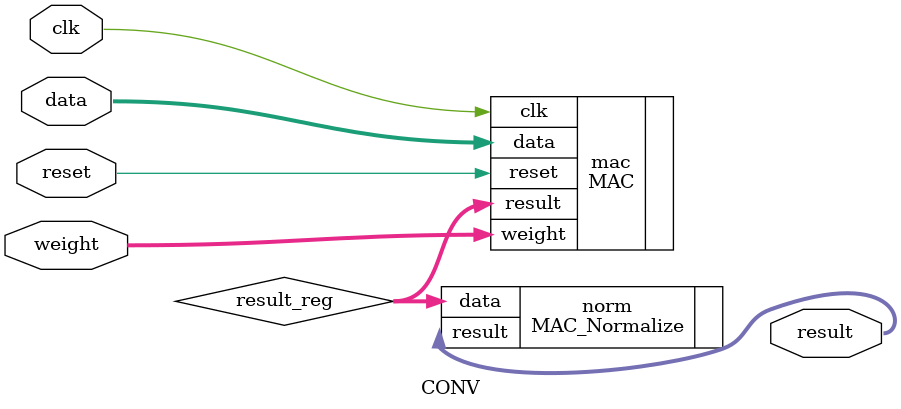
<source format=v>
`timescale 1ns / 1ps

module CONV(
    input clk,
    input reset,
    input [23:0] data,
    input [23:0] weight,
    output [7:0] result
    );
    
    wire signed [19:0] result_reg;
    
    MAC mac(.clk(clk), .reset(reset), .data(data), .weight(weight), .result(result_reg));
    MAC_Normalize norm(.data(result_reg), .result(result));
endmodule

</source>
